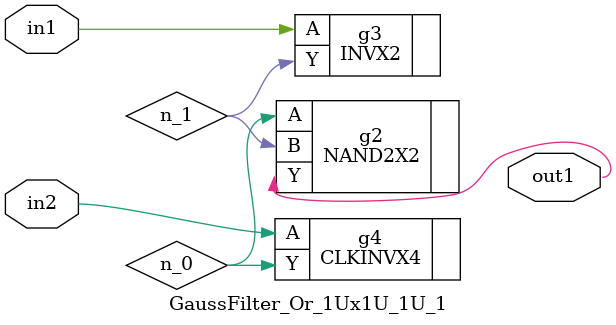
<source format=v>
`timescale 1ps / 1ps


module GaussFilter_Or_1Ux1U_1U_1(in2, in1, out1);
  input in2, in1;
  output out1;
  wire in2, in1;
  wire out1;
  wire n_0, n_1;
  NAND2X2 g2(.A (n_0), .B (n_1), .Y (out1));
  INVX2 g3(.A (in1), .Y (n_1));
  CLKINVX4 g4(.A (in2), .Y (n_0));
endmodule



</source>
